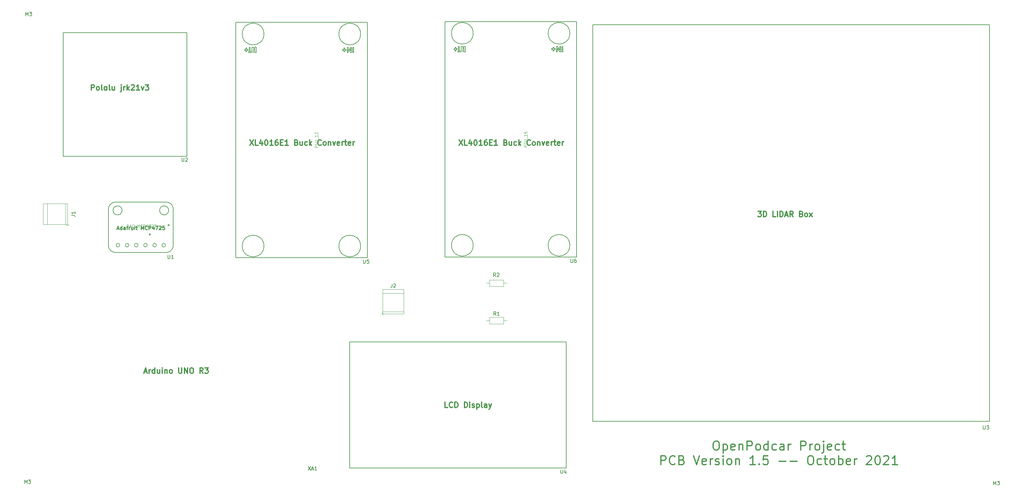
<source format=gbr>
G04 #@! TF.GenerationSoftware,KiCad,Pcbnew,5.0.2-bee76a0~70~ubuntu16.04.1*
G04 #@! TF.CreationDate,2021-10-26T00:07:22+01:00*
G04 #@! TF.ProjectId,Podcar_PCB,506f6463-6172-45f5-9043-422e6b696361,rev?*
G04 #@! TF.SameCoordinates,Original*
G04 #@! TF.FileFunction,Legend,Top*
G04 #@! TF.FilePolarity,Positive*
%FSLAX46Y46*%
G04 Gerber Fmt 4.6, Leading zero omitted, Abs format (unit mm)*
G04 Created by KiCad (PCBNEW 5.0.2-bee76a0~70~ubuntu16.04.1) date Tue 26 Oct 2021 00:07:22 BST*
%MOMM*%
%LPD*%
G01*
G04 APERTURE LIST*
%ADD10C,0.300000*%
%ADD11C,0.250000*%
%ADD12C,0.150000*%
%ADD13C,0.160000*%
%ADD14C,0.120000*%
G04 APERTURE END LIST*
D10*
X204180952Y-131405952D02*
X204657142Y-131405952D01*
X204895238Y-131525000D01*
X205133333Y-131763095D01*
X205252380Y-132239285D01*
X205252380Y-133072619D01*
X205133333Y-133548809D01*
X204895238Y-133786904D01*
X204657142Y-133905952D01*
X204180952Y-133905952D01*
X203942857Y-133786904D01*
X203704761Y-133548809D01*
X203585714Y-133072619D01*
X203585714Y-132239285D01*
X203704761Y-131763095D01*
X203942857Y-131525000D01*
X204180952Y-131405952D01*
X206323809Y-132239285D02*
X206323809Y-134739285D01*
X206323809Y-132358333D02*
X206561904Y-132239285D01*
X207038095Y-132239285D01*
X207276190Y-132358333D01*
X207395238Y-132477380D01*
X207514285Y-132715476D01*
X207514285Y-133429761D01*
X207395238Y-133667857D01*
X207276190Y-133786904D01*
X207038095Y-133905952D01*
X206561904Y-133905952D01*
X206323809Y-133786904D01*
X209538095Y-133786904D02*
X209300000Y-133905952D01*
X208823809Y-133905952D01*
X208585714Y-133786904D01*
X208466666Y-133548809D01*
X208466666Y-132596428D01*
X208585714Y-132358333D01*
X208823809Y-132239285D01*
X209300000Y-132239285D01*
X209538095Y-132358333D01*
X209657142Y-132596428D01*
X209657142Y-132834523D01*
X208466666Y-133072619D01*
X210728571Y-132239285D02*
X210728571Y-133905952D01*
X210728571Y-132477380D02*
X210847619Y-132358333D01*
X211085714Y-132239285D01*
X211442857Y-132239285D01*
X211680952Y-132358333D01*
X211800000Y-132596428D01*
X211800000Y-133905952D01*
X212990476Y-133905952D02*
X212990476Y-131405952D01*
X213942857Y-131405952D01*
X214180952Y-131525000D01*
X214300000Y-131644047D01*
X214419047Y-131882142D01*
X214419047Y-132239285D01*
X214300000Y-132477380D01*
X214180952Y-132596428D01*
X213942857Y-132715476D01*
X212990476Y-132715476D01*
X215847619Y-133905952D02*
X215609523Y-133786904D01*
X215490476Y-133667857D01*
X215371428Y-133429761D01*
X215371428Y-132715476D01*
X215490476Y-132477380D01*
X215609523Y-132358333D01*
X215847619Y-132239285D01*
X216204761Y-132239285D01*
X216442857Y-132358333D01*
X216561904Y-132477380D01*
X216680952Y-132715476D01*
X216680952Y-133429761D01*
X216561904Y-133667857D01*
X216442857Y-133786904D01*
X216204761Y-133905952D01*
X215847619Y-133905952D01*
X218823809Y-133905952D02*
X218823809Y-131405952D01*
X218823809Y-133786904D02*
X218585714Y-133905952D01*
X218109523Y-133905952D01*
X217871428Y-133786904D01*
X217752380Y-133667857D01*
X217633333Y-133429761D01*
X217633333Y-132715476D01*
X217752380Y-132477380D01*
X217871428Y-132358333D01*
X218109523Y-132239285D01*
X218585714Y-132239285D01*
X218823809Y-132358333D01*
X221085714Y-133786904D02*
X220847619Y-133905952D01*
X220371428Y-133905952D01*
X220133333Y-133786904D01*
X220014285Y-133667857D01*
X219895238Y-133429761D01*
X219895238Y-132715476D01*
X220014285Y-132477380D01*
X220133333Y-132358333D01*
X220371428Y-132239285D01*
X220847619Y-132239285D01*
X221085714Y-132358333D01*
X223228571Y-133905952D02*
X223228571Y-132596428D01*
X223109523Y-132358333D01*
X222871428Y-132239285D01*
X222395238Y-132239285D01*
X222157142Y-132358333D01*
X223228571Y-133786904D02*
X222990476Y-133905952D01*
X222395238Y-133905952D01*
X222157142Y-133786904D01*
X222038095Y-133548809D01*
X222038095Y-133310714D01*
X222157142Y-133072619D01*
X222395238Y-132953571D01*
X222990476Y-132953571D01*
X223228571Y-132834523D01*
X224419047Y-133905952D02*
X224419047Y-132239285D01*
X224419047Y-132715476D02*
X224538095Y-132477380D01*
X224657142Y-132358333D01*
X224895238Y-132239285D01*
X225133333Y-132239285D01*
X227871428Y-133905952D02*
X227871428Y-131405952D01*
X228823809Y-131405952D01*
X229061904Y-131525000D01*
X229180952Y-131644047D01*
X229300000Y-131882142D01*
X229300000Y-132239285D01*
X229180952Y-132477380D01*
X229061904Y-132596428D01*
X228823809Y-132715476D01*
X227871428Y-132715476D01*
X230371428Y-133905952D02*
X230371428Y-132239285D01*
X230371428Y-132715476D02*
X230490476Y-132477380D01*
X230609523Y-132358333D01*
X230847619Y-132239285D01*
X231085714Y-132239285D01*
X232276190Y-133905952D02*
X232038095Y-133786904D01*
X231919047Y-133667857D01*
X231800000Y-133429761D01*
X231800000Y-132715476D01*
X231919047Y-132477380D01*
X232038095Y-132358333D01*
X232276190Y-132239285D01*
X232633333Y-132239285D01*
X232871428Y-132358333D01*
X232990476Y-132477380D01*
X233109523Y-132715476D01*
X233109523Y-133429761D01*
X232990476Y-133667857D01*
X232871428Y-133786904D01*
X232633333Y-133905952D01*
X232276190Y-133905952D01*
X234180952Y-132239285D02*
X234180952Y-134382142D01*
X234061904Y-134620238D01*
X233823809Y-134739285D01*
X233704761Y-134739285D01*
X234180952Y-131405952D02*
X234061904Y-131525000D01*
X234180952Y-131644047D01*
X234300000Y-131525000D01*
X234180952Y-131405952D01*
X234180952Y-131644047D01*
X236323809Y-133786904D02*
X236085714Y-133905952D01*
X235609523Y-133905952D01*
X235371428Y-133786904D01*
X235252380Y-133548809D01*
X235252380Y-132596428D01*
X235371428Y-132358333D01*
X235609523Y-132239285D01*
X236085714Y-132239285D01*
X236323809Y-132358333D01*
X236442857Y-132596428D01*
X236442857Y-132834523D01*
X235252380Y-133072619D01*
X238585714Y-133786904D02*
X238347619Y-133905952D01*
X237871428Y-133905952D01*
X237633333Y-133786904D01*
X237514285Y-133667857D01*
X237395238Y-133429761D01*
X237395238Y-132715476D01*
X237514285Y-132477380D01*
X237633333Y-132358333D01*
X237871428Y-132239285D01*
X238347619Y-132239285D01*
X238585714Y-132358333D01*
X239300000Y-132239285D02*
X240252380Y-132239285D01*
X239657142Y-131405952D02*
X239657142Y-133548809D01*
X239776190Y-133786904D01*
X240014285Y-133905952D01*
X240252380Y-133905952D01*
X189061904Y-137955952D02*
X189061904Y-135455952D01*
X190014285Y-135455952D01*
X190252380Y-135575000D01*
X190371428Y-135694047D01*
X190490476Y-135932142D01*
X190490476Y-136289285D01*
X190371428Y-136527380D01*
X190252380Y-136646428D01*
X190014285Y-136765476D01*
X189061904Y-136765476D01*
X192990476Y-137717857D02*
X192871428Y-137836904D01*
X192514285Y-137955952D01*
X192276190Y-137955952D01*
X191919047Y-137836904D01*
X191680952Y-137598809D01*
X191561904Y-137360714D01*
X191442857Y-136884523D01*
X191442857Y-136527380D01*
X191561904Y-136051190D01*
X191680952Y-135813095D01*
X191919047Y-135575000D01*
X192276190Y-135455952D01*
X192514285Y-135455952D01*
X192871428Y-135575000D01*
X192990476Y-135694047D01*
X194895238Y-136646428D02*
X195252380Y-136765476D01*
X195371428Y-136884523D01*
X195490476Y-137122619D01*
X195490476Y-137479761D01*
X195371428Y-137717857D01*
X195252380Y-137836904D01*
X195014285Y-137955952D01*
X194061904Y-137955952D01*
X194061904Y-135455952D01*
X194895238Y-135455952D01*
X195133333Y-135575000D01*
X195252380Y-135694047D01*
X195371428Y-135932142D01*
X195371428Y-136170238D01*
X195252380Y-136408333D01*
X195133333Y-136527380D01*
X194895238Y-136646428D01*
X194061904Y-136646428D01*
X198109523Y-135455952D02*
X198942857Y-137955952D01*
X199776190Y-135455952D01*
X201561904Y-137836904D02*
X201323809Y-137955952D01*
X200847619Y-137955952D01*
X200609523Y-137836904D01*
X200490476Y-137598809D01*
X200490476Y-136646428D01*
X200609523Y-136408333D01*
X200847619Y-136289285D01*
X201323809Y-136289285D01*
X201561904Y-136408333D01*
X201680952Y-136646428D01*
X201680952Y-136884523D01*
X200490476Y-137122619D01*
X202752380Y-137955952D02*
X202752380Y-136289285D01*
X202752380Y-136765476D02*
X202871428Y-136527380D01*
X202990476Y-136408333D01*
X203228571Y-136289285D01*
X203466666Y-136289285D01*
X204180952Y-137836904D02*
X204419047Y-137955952D01*
X204895238Y-137955952D01*
X205133333Y-137836904D01*
X205252380Y-137598809D01*
X205252380Y-137479761D01*
X205133333Y-137241666D01*
X204895238Y-137122619D01*
X204538095Y-137122619D01*
X204300000Y-137003571D01*
X204180952Y-136765476D01*
X204180952Y-136646428D01*
X204300000Y-136408333D01*
X204538095Y-136289285D01*
X204895238Y-136289285D01*
X205133333Y-136408333D01*
X206323809Y-137955952D02*
X206323809Y-136289285D01*
X206323809Y-135455952D02*
X206204761Y-135575000D01*
X206323809Y-135694047D01*
X206442857Y-135575000D01*
X206323809Y-135455952D01*
X206323809Y-135694047D01*
X207871428Y-137955952D02*
X207633333Y-137836904D01*
X207514285Y-137717857D01*
X207395238Y-137479761D01*
X207395238Y-136765476D01*
X207514285Y-136527380D01*
X207633333Y-136408333D01*
X207871428Y-136289285D01*
X208228571Y-136289285D01*
X208466666Y-136408333D01*
X208585714Y-136527380D01*
X208704761Y-136765476D01*
X208704761Y-137479761D01*
X208585714Y-137717857D01*
X208466666Y-137836904D01*
X208228571Y-137955952D01*
X207871428Y-137955952D01*
X209776190Y-136289285D02*
X209776190Y-137955952D01*
X209776190Y-136527380D02*
X209895238Y-136408333D01*
X210133333Y-136289285D01*
X210490476Y-136289285D01*
X210728571Y-136408333D01*
X210847619Y-136646428D01*
X210847619Y-137955952D01*
X215252380Y-137955952D02*
X213823809Y-137955952D01*
X214538095Y-137955952D02*
X214538095Y-135455952D01*
X214300000Y-135813095D01*
X214061904Y-136051190D01*
X213823809Y-136170238D01*
X216323809Y-137717857D02*
X216442857Y-137836904D01*
X216323809Y-137955952D01*
X216204761Y-137836904D01*
X216323809Y-137717857D01*
X216323809Y-137955952D01*
X218704761Y-135455952D02*
X217514285Y-135455952D01*
X217395238Y-136646428D01*
X217514285Y-136527380D01*
X217752380Y-136408333D01*
X218347619Y-136408333D01*
X218585714Y-136527380D01*
X218704761Y-136646428D01*
X218823809Y-136884523D01*
X218823809Y-137479761D01*
X218704761Y-137717857D01*
X218585714Y-137836904D01*
X218347619Y-137955952D01*
X217752380Y-137955952D01*
X217514285Y-137836904D01*
X217395238Y-137717857D01*
X221800000Y-137003571D02*
X223704761Y-137003571D01*
X224895238Y-137003571D02*
X226800000Y-137003571D01*
X230371428Y-135455952D02*
X230847619Y-135455952D01*
X231085714Y-135575000D01*
X231323809Y-135813095D01*
X231442857Y-136289285D01*
X231442857Y-137122619D01*
X231323809Y-137598809D01*
X231085714Y-137836904D01*
X230847619Y-137955952D01*
X230371428Y-137955952D01*
X230133333Y-137836904D01*
X229895238Y-137598809D01*
X229776190Y-137122619D01*
X229776190Y-136289285D01*
X229895238Y-135813095D01*
X230133333Y-135575000D01*
X230371428Y-135455952D01*
X233585714Y-137836904D02*
X233347619Y-137955952D01*
X232871428Y-137955952D01*
X232633333Y-137836904D01*
X232514285Y-137717857D01*
X232395238Y-137479761D01*
X232395238Y-136765476D01*
X232514285Y-136527380D01*
X232633333Y-136408333D01*
X232871428Y-136289285D01*
X233347619Y-136289285D01*
X233585714Y-136408333D01*
X234300000Y-136289285D02*
X235252380Y-136289285D01*
X234657142Y-135455952D02*
X234657142Y-137598809D01*
X234776190Y-137836904D01*
X235014285Y-137955952D01*
X235252380Y-137955952D01*
X236442857Y-137955952D02*
X236204761Y-137836904D01*
X236085714Y-137717857D01*
X235966666Y-137479761D01*
X235966666Y-136765476D01*
X236085714Y-136527380D01*
X236204761Y-136408333D01*
X236442857Y-136289285D01*
X236799999Y-136289285D01*
X237038095Y-136408333D01*
X237157142Y-136527380D01*
X237276190Y-136765476D01*
X237276190Y-137479761D01*
X237157142Y-137717857D01*
X237038095Y-137836904D01*
X236799999Y-137955952D01*
X236442857Y-137955952D01*
X238347619Y-137955952D02*
X238347619Y-135455952D01*
X238347619Y-136408333D02*
X238585714Y-136289285D01*
X239061904Y-136289285D01*
X239299999Y-136408333D01*
X239419047Y-136527380D01*
X239538095Y-136765476D01*
X239538095Y-137479761D01*
X239419047Y-137717857D01*
X239299999Y-137836904D01*
X239061904Y-137955952D01*
X238585714Y-137955952D01*
X238347619Y-137836904D01*
X241561904Y-137836904D02*
X241323809Y-137955952D01*
X240847619Y-137955952D01*
X240609523Y-137836904D01*
X240490476Y-137598809D01*
X240490476Y-136646428D01*
X240609523Y-136408333D01*
X240847619Y-136289285D01*
X241323809Y-136289285D01*
X241561904Y-136408333D01*
X241680952Y-136646428D01*
X241680952Y-136884523D01*
X240490476Y-137122619D01*
X242752380Y-137955952D02*
X242752380Y-136289285D01*
X242752380Y-136765476D02*
X242871428Y-136527380D01*
X242990476Y-136408333D01*
X243228571Y-136289285D01*
X243466666Y-136289285D01*
X246085714Y-135694047D02*
X246204761Y-135575000D01*
X246442857Y-135455952D01*
X247038095Y-135455952D01*
X247276190Y-135575000D01*
X247395238Y-135694047D01*
X247514285Y-135932142D01*
X247514285Y-136170238D01*
X247395238Y-136527380D01*
X245966666Y-137955952D01*
X247514285Y-137955952D01*
X249061904Y-135455952D02*
X249299999Y-135455952D01*
X249538095Y-135575000D01*
X249657142Y-135694047D01*
X249776190Y-135932142D01*
X249895238Y-136408333D01*
X249895238Y-137003571D01*
X249776190Y-137479761D01*
X249657142Y-137717857D01*
X249538095Y-137836904D01*
X249299999Y-137955952D01*
X249061904Y-137955952D01*
X248823809Y-137836904D01*
X248704761Y-137717857D01*
X248585714Y-137479761D01*
X248466666Y-137003571D01*
X248466666Y-136408333D01*
X248585714Y-135932142D01*
X248704761Y-135694047D01*
X248823809Y-135575000D01*
X249061904Y-135455952D01*
X250847619Y-135694047D02*
X250966666Y-135575000D01*
X251204761Y-135455952D01*
X251799999Y-135455952D01*
X252038095Y-135575000D01*
X252157142Y-135694047D01*
X252276190Y-135932142D01*
X252276190Y-136170238D01*
X252157142Y-136527380D01*
X250728571Y-137955952D01*
X252276190Y-137955952D01*
X254657142Y-137955952D02*
X253228571Y-137955952D01*
X253942857Y-137955952D02*
X253942857Y-135455952D01*
X253704761Y-135813095D01*
X253466666Y-136051190D01*
X253228571Y-136170238D01*
X75100000Y-47878571D02*
X76100000Y-49378571D01*
X76100000Y-47878571D02*
X75100000Y-49378571D01*
X77385714Y-49378571D02*
X76671428Y-49378571D01*
X76671428Y-47878571D01*
X78528571Y-48378571D02*
X78528571Y-49378571D01*
X78171428Y-47807142D02*
X77814285Y-48878571D01*
X78742857Y-48878571D01*
X79600000Y-47878571D02*
X79742857Y-47878571D01*
X79885714Y-47950000D01*
X79957142Y-48021428D01*
X80028571Y-48164285D01*
X80100000Y-48450000D01*
X80100000Y-48807142D01*
X80028571Y-49092857D01*
X79957142Y-49235714D01*
X79885714Y-49307142D01*
X79742857Y-49378571D01*
X79600000Y-49378571D01*
X79457142Y-49307142D01*
X79385714Y-49235714D01*
X79314285Y-49092857D01*
X79242857Y-48807142D01*
X79242857Y-48450000D01*
X79314285Y-48164285D01*
X79385714Y-48021428D01*
X79457142Y-47950000D01*
X79600000Y-47878571D01*
X81528571Y-49378571D02*
X80671428Y-49378571D01*
X81100000Y-49378571D02*
X81100000Y-47878571D01*
X80957142Y-48092857D01*
X80814285Y-48235714D01*
X80671428Y-48307142D01*
X82814285Y-47878571D02*
X82528571Y-47878571D01*
X82385714Y-47950000D01*
X82314285Y-48021428D01*
X82171428Y-48235714D01*
X82100000Y-48521428D01*
X82100000Y-49092857D01*
X82171428Y-49235714D01*
X82242857Y-49307142D01*
X82385714Y-49378571D01*
X82671428Y-49378571D01*
X82814285Y-49307142D01*
X82885714Y-49235714D01*
X82957142Y-49092857D01*
X82957142Y-48735714D01*
X82885714Y-48592857D01*
X82814285Y-48521428D01*
X82671428Y-48450000D01*
X82385714Y-48450000D01*
X82242857Y-48521428D01*
X82171428Y-48592857D01*
X82100000Y-48735714D01*
X83600000Y-48592857D02*
X84100000Y-48592857D01*
X84314285Y-49378571D02*
X83600000Y-49378571D01*
X83600000Y-47878571D01*
X84314285Y-47878571D01*
X85742857Y-49378571D02*
X84885714Y-49378571D01*
X85314285Y-49378571D02*
X85314285Y-47878571D01*
X85171428Y-48092857D01*
X85028571Y-48235714D01*
X84885714Y-48307142D01*
X88028571Y-48592857D02*
X88242857Y-48664285D01*
X88314285Y-48735714D01*
X88385714Y-48878571D01*
X88385714Y-49092857D01*
X88314285Y-49235714D01*
X88242857Y-49307142D01*
X88100000Y-49378571D01*
X87528571Y-49378571D01*
X87528571Y-47878571D01*
X88028571Y-47878571D01*
X88171428Y-47950000D01*
X88242857Y-48021428D01*
X88314285Y-48164285D01*
X88314285Y-48307142D01*
X88242857Y-48450000D01*
X88171428Y-48521428D01*
X88028571Y-48592857D01*
X87528571Y-48592857D01*
X89671428Y-48378571D02*
X89671428Y-49378571D01*
X89028571Y-48378571D02*
X89028571Y-49164285D01*
X89100000Y-49307142D01*
X89242857Y-49378571D01*
X89457142Y-49378571D01*
X89600000Y-49307142D01*
X89671428Y-49235714D01*
X91028571Y-49307142D02*
X90885714Y-49378571D01*
X90600000Y-49378571D01*
X90457142Y-49307142D01*
X90385714Y-49235714D01*
X90314285Y-49092857D01*
X90314285Y-48664285D01*
X90385714Y-48521428D01*
X90457142Y-48450000D01*
X90600000Y-48378571D01*
X90885714Y-48378571D01*
X91028571Y-48450000D01*
X91671428Y-49378571D02*
X91671428Y-47878571D01*
X91814285Y-48807142D02*
X92242857Y-49378571D01*
X92242857Y-48378571D02*
X91671428Y-48950000D01*
X94885714Y-49235714D02*
X94814285Y-49307142D01*
X94600000Y-49378571D01*
X94457142Y-49378571D01*
X94242857Y-49307142D01*
X94100000Y-49164285D01*
X94028571Y-49021428D01*
X93957142Y-48735714D01*
X93957142Y-48521428D01*
X94028571Y-48235714D01*
X94100000Y-48092857D01*
X94242857Y-47950000D01*
X94457142Y-47878571D01*
X94600000Y-47878571D01*
X94814285Y-47950000D01*
X94885714Y-48021428D01*
X95742857Y-49378571D02*
X95600000Y-49307142D01*
X95528571Y-49235714D01*
X95457142Y-49092857D01*
X95457142Y-48664285D01*
X95528571Y-48521428D01*
X95600000Y-48450000D01*
X95742857Y-48378571D01*
X95957142Y-48378571D01*
X96100000Y-48450000D01*
X96171428Y-48521428D01*
X96242857Y-48664285D01*
X96242857Y-49092857D01*
X96171428Y-49235714D01*
X96100000Y-49307142D01*
X95957142Y-49378571D01*
X95742857Y-49378571D01*
X96885714Y-48378571D02*
X96885714Y-49378571D01*
X96885714Y-48521428D02*
X96957142Y-48450000D01*
X97100000Y-48378571D01*
X97314285Y-48378571D01*
X97457142Y-48450000D01*
X97528571Y-48592857D01*
X97528571Y-49378571D01*
X98100000Y-48378571D02*
X98457142Y-49378571D01*
X98814285Y-48378571D01*
X99957142Y-49307142D02*
X99814285Y-49378571D01*
X99528571Y-49378571D01*
X99385714Y-49307142D01*
X99314285Y-49164285D01*
X99314285Y-48592857D01*
X99385714Y-48450000D01*
X99528571Y-48378571D01*
X99814285Y-48378571D01*
X99957142Y-48450000D01*
X100028571Y-48592857D01*
X100028571Y-48735714D01*
X99314285Y-48878571D01*
X100671428Y-49378571D02*
X100671428Y-48378571D01*
X100671428Y-48664285D02*
X100742857Y-48521428D01*
X100814285Y-48450000D01*
X100957142Y-48378571D01*
X101100000Y-48378571D01*
X101385714Y-48378571D02*
X101957142Y-48378571D01*
X101600000Y-47878571D02*
X101600000Y-49164285D01*
X101671428Y-49307142D01*
X101814285Y-49378571D01*
X101957142Y-49378571D01*
X103028571Y-49307142D02*
X102885714Y-49378571D01*
X102600000Y-49378571D01*
X102457142Y-49307142D01*
X102385714Y-49164285D01*
X102385714Y-48592857D01*
X102457142Y-48450000D01*
X102600000Y-48378571D01*
X102885714Y-48378571D01*
X103028571Y-48450000D01*
X103100000Y-48592857D01*
X103100000Y-48735714D01*
X102385714Y-48878571D01*
X103742857Y-49378571D02*
X103742857Y-48378571D01*
X103742857Y-48664285D02*
X103814285Y-48521428D01*
X103885714Y-48450000D01*
X104028571Y-48378571D01*
X104171428Y-48378571D01*
X133100000Y-47878571D02*
X134100000Y-49378571D01*
X134100000Y-47878571D02*
X133100000Y-49378571D01*
X135385714Y-49378571D02*
X134671428Y-49378571D01*
X134671428Y-47878571D01*
X136528571Y-48378571D02*
X136528571Y-49378571D01*
X136171428Y-47807142D02*
X135814285Y-48878571D01*
X136742857Y-48878571D01*
X137600000Y-47878571D02*
X137742857Y-47878571D01*
X137885714Y-47950000D01*
X137957142Y-48021428D01*
X138028571Y-48164285D01*
X138100000Y-48450000D01*
X138100000Y-48807142D01*
X138028571Y-49092857D01*
X137957142Y-49235714D01*
X137885714Y-49307142D01*
X137742857Y-49378571D01*
X137600000Y-49378571D01*
X137457142Y-49307142D01*
X137385714Y-49235714D01*
X137314285Y-49092857D01*
X137242857Y-48807142D01*
X137242857Y-48450000D01*
X137314285Y-48164285D01*
X137385714Y-48021428D01*
X137457142Y-47950000D01*
X137600000Y-47878571D01*
X139528571Y-49378571D02*
X138671428Y-49378571D01*
X139100000Y-49378571D02*
X139100000Y-47878571D01*
X138957142Y-48092857D01*
X138814285Y-48235714D01*
X138671428Y-48307142D01*
X140814285Y-47878571D02*
X140528571Y-47878571D01*
X140385714Y-47950000D01*
X140314285Y-48021428D01*
X140171428Y-48235714D01*
X140100000Y-48521428D01*
X140100000Y-49092857D01*
X140171428Y-49235714D01*
X140242857Y-49307142D01*
X140385714Y-49378571D01*
X140671428Y-49378571D01*
X140814285Y-49307142D01*
X140885714Y-49235714D01*
X140957142Y-49092857D01*
X140957142Y-48735714D01*
X140885714Y-48592857D01*
X140814285Y-48521428D01*
X140671428Y-48450000D01*
X140385714Y-48450000D01*
X140242857Y-48521428D01*
X140171428Y-48592857D01*
X140100000Y-48735714D01*
X141600000Y-48592857D02*
X142100000Y-48592857D01*
X142314285Y-49378571D02*
X141600000Y-49378571D01*
X141600000Y-47878571D01*
X142314285Y-47878571D01*
X143742857Y-49378571D02*
X142885714Y-49378571D01*
X143314285Y-49378571D02*
X143314285Y-47878571D01*
X143171428Y-48092857D01*
X143028571Y-48235714D01*
X142885714Y-48307142D01*
X146028571Y-48592857D02*
X146242857Y-48664285D01*
X146314285Y-48735714D01*
X146385714Y-48878571D01*
X146385714Y-49092857D01*
X146314285Y-49235714D01*
X146242857Y-49307142D01*
X146100000Y-49378571D01*
X145528571Y-49378571D01*
X145528571Y-47878571D01*
X146028571Y-47878571D01*
X146171428Y-47950000D01*
X146242857Y-48021428D01*
X146314285Y-48164285D01*
X146314285Y-48307142D01*
X146242857Y-48450000D01*
X146171428Y-48521428D01*
X146028571Y-48592857D01*
X145528571Y-48592857D01*
X147671428Y-48378571D02*
X147671428Y-49378571D01*
X147028571Y-48378571D02*
X147028571Y-49164285D01*
X147100000Y-49307142D01*
X147242857Y-49378571D01*
X147457142Y-49378571D01*
X147600000Y-49307142D01*
X147671428Y-49235714D01*
X149028571Y-49307142D02*
X148885714Y-49378571D01*
X148600000Y-49378571D01*
X148457142Y-49307142D01*
X148385714Y-49235714D01*
X148314285Y-49092857D01*
X148314285Y-48664285D01*
X148385714Y-48521428D01*
X148457142Y-48450000D01*
X148600000Y-48378571D01*
X148885714Y-48378571D01*
X149028571Y-48450000D01*
X149671428Y-49378571D02*
X149671428Y-47878571D01*
X149814285Y-48807142D02*
X150242857Y-49378571D01*
X150242857Y-48378571D02*
X149671428Y-48950000D01*
X152885714Y-49235714D02*
X152814285Y-49307142D01*
X152600000Y-49378571D01*
X152457142Y-49378571D01*
X152242857Y-49307142D01*
X152100000Y-49164285D01*
X152028571Y-49021428D01*
X151957142Y-48735714D01*
X151957142Y-48521428D01*
X152028571Y-48235714D01*
X152100000Y-48092857D01*
X152242857Y-47950000D01*
X152457142Y-47878571D01*
X152600000Y-47878571D01*
X152814285Y-47950000D01*
X152885714Y-48021428D01*
X153742857Y-49378571D02*
X153600000Y-49307142D01*
X153528571Y-49235714D01*
X153457142Y-49092857D01*
X153457142Y-48664285D01*
X153528571Y-48521428D01*
X153600000Y-48450000D01*
X153742857Y-48378571D01*
X153957142Y-48378571D01*
X154100000Y-48450000D01*
X154171428Y-48521428D01*
X154242857Y-48664285D01*
X154242857Y-49092857D01*
X154171428Y-49235714D01*
X154100000Y-49307142D01*
X153957142Y-49378571D01*
X153742857Y-49378571D01*
X154885714Y-48378571D02*
X154885714Y-49378571D01*
X154885714Y-48521428D02*
X154957142Y-48450000D01*
X155100000Y-48378571D01*
X155314285Y-48378571D01*
X155457142Y-48450000D01*
X155528571Y-48592857D01*
X155528571Y-49378571D01*
X156100000Y-48378571D02*
X156457142Y-49378571D01*
X156814285Y-48378571D01*
X157957142Y-49307142D02*
X157814285Y-49378571D01*
X157528571Y-49378571D01*
X157385714Y-49307142D01*
X157314285Y-49164285D01*
X157314285Y-48592857D01*
X157385714Y-48450000D01*
X157528571Y-48378571D01*
X157814285Y-48378571D01*
X157957142Y-48450000D01*
X158028571Y-48592857D01*
X158028571Y-48735714D01*
X157314285Y-48878571D01*
X158671428Y-49378571D02*
X158671428Y-48378571D01*
X158671428Y-48664285D02*
X158742857Y-48521428D01*
X158814285Y-48450000D01*
X158957142Y-48378571D01*
X159100000Y-48378571D01*
X159385714Y-48378571D02*
X159957142Y-48378571D01*
X159600000Y-47878571D02*
X159600000Y-49164285D01*
X159671428Y-49307142D01*
X159814285Y-49378571D01*
X159957142Y-49378571D01*
X161028571Y-49307142D02*
X160885714Y-49378571D01*
X160600000Y-49378571D01*
X160457142Y-49307142D01*
X160385714Y-49164285D01*
X160385714Y-48592857D01*
X160457142Y-48450000D01*
X160600000Y-48378571D01*
X160885714Y-48378571D01*
X161028571Y-48450000D01*
X161100000Y-48592857D01*
X161100000Y-48735714D01*
X160385714Y-48878571D01*
X161742857Y-49378571D02*
X161742857Y-48378571D01*
X161742857Y-48664285D02*
X161814285Y-48521428D01*
X161885714Y-48450000D01*
X162028571Y-48378571D01*
X162171428Y-48378571D01*
X31171428Y-34078571D02*
X31171428Y-32578571D01*
X31742857Y-32578571D01*
X31885714Y-32650000D01*
X31957142Y-32721428D01*
X32028571Y-32864285D01*
X32028571Y-33078571D01*
X31957142Y-33221428D01*
X31885714Y-33292857D01*
X31742857Y-33364285D01*
X31171428Y-33364285D01*
X32885714Y-34078571D02*
X32742857Y-34007142D01*
X32671428Y-33935714D01*
X32600000Y-33792857D01*
X32600000Y-33364285D01*
X32671428Y-33221428D01*
X32742857Y-33150000D01*
X32885714Y-33078571D01*
X33100000Y-33078571D01*
X33242857Y-33150000D01*
X33314285Y-33221428D01*
X33385714Y-33364285D01*
X33385714Y-33792857D01*
X33314285Y-33935714D01*
X33242857Y-34007142D01*
X33100000Y-34078571D01*
X32885714Y-34078571D01*
X34242857Y-34078571D02*
X34100000Y-34007142D01*
X34028571Y-33864285D01*
X34028571Y-32578571D01*
X35028571Y-34078571D02*
X34885714Y-34007142D01*
X34814285Y-33935714D01*
X34742857Y-33792857D01*
X34742857Y-33364285D01*
X34814285Y-33221428D01*
X34885714Y-33150000D01*
X35028571Y-33078571D01*
X35242857Y-33078571D01*
X35385714Y-33150000D01*
X35457142Y-33221428D01*
X35528571Y-33364285D01*
X35528571Y-33792857D01*
X35457142Y-33935714D01*
X35385714Y-34007142D01*
X35242857Y-34078571D01*
X35028571Y-34078571D01*
X36385714Y-34078571D02*
X36242857Y-34007142D01*
X36171428Y-33864285D01*
X36171428Y-32578571D01*
X37600000Y-33078571D02*
X37600000Y-34078571D01*
X36957142Y-33078571D02*
X36957142Y-33864285D01*
X37028571Y-34007142D01*
X37171428Y-34078571D01*
X37385714Y-34078571D01*
X37528571Y-34007142D01*
X37600000Y-33935714D01*
X39457142Y-33078571D02*
X39457142Y-34364285D01*
X39385714Y-34507142D01*
X39242857Y-34578571D01*
X39171428Y-34578571D01*
X39457142Y-32578571D02*
X39385714Y-32650000D01*
X39457142Y-32721428D01*
X39528571Y-32650000D01*
X39457142Y-32578571D01*
X39457142Y-32721428D01*
X40171428Y-34078571D02*
X40171428Y-33078571D01*
X40171428Y-33364285D02*
X40242857Y-33221428D01*
X40314285Y-33150000D01*
X40457142Y-33078571D01*
X40600000Y-33078571D01*
X41100000Y-34078571D02*
X41100000Y-32578571D01*
X41242857Y-33507142D02*
X41671428Y-34078571D01*
X41671428Y-33078571D02*
X41100000Y-33650000D01*
X42242857Y-32721428D02*
X42314285Y-32650000D01*
X42457142Y-32578571D01*
X42814285Y-32578571D01*
X42957142Y-32650000D01*
X43028571Y-32721428D01*
X43100000Y-32864285D01*
X43100000Y-33007142D01*
X43028571Y-33221428D01*
X42171428Y-34078571D01*
X43100000Y-34078571D01*
X44528571Y-34078571D02*
X43671428Y-34078571D01*
X44100000Y-34078571D02*
X44100000Y-32578571D01*
X43957142Y-32792857D01*
X43814285Y-32935714D01*
X43671428Y-33007142D01*
X45028571Y-33078571D02*
X45385714Y-34078571D01*
X45742857Y-33078571D01*
X46171428Y-32578571D02*
X47100000Y-32578571D01*
X46600000Y-33150000D01*
X46814285Y-33150000D01*
X46957142Y-33221428D01*
X47028571Y-33292857D01*
X47100000Y-33435714D01*
X47100000Y-33792857D01*
X47028571Y-33935714D01*
X46957142Y-34007142D01*
X46814285Y-34078571D01*
X46385714Y-34078571D01*
X46242857Y-34007142D01*
X46171428Y-33935714D01*
D11*
X38328571Y-72466666D02*
X38804761Y-72466666D01*
X38233333Y-72752380D02*
X38566666Y-71752380D01*
X38900000Y-72752380D01*
X39661904Y-72752380D02*
X39661904Y-71752380D01*
X39661904Y-72704761D02*
X39566666Y-72752380D01*
X39376190Y-72752380D01*
X39280952Y-72704761D01*
X39233333Y-72657142D01*
X39185714Y-72561904D01*
X39185714Y-72276190D01*
X39233333Y-72180952D01*
X39280952Y-72133333D01*
X39376190Y-72085714D01*
X39566666Y-72085714D01*
X39661904Y-72133333D01*
X40566666Y-72752380D02*
X40566666Y-72228571D01*
X40519047Y-72133333D01*
X40423809Y-72085714D01*
X40233333Y-72085714D01*
X40138095Y-72133333D01*
X40566666Y-72704761D02*
X40471428Y-72752380D01*
X40233333Y-72752380D01*
X40138095Y-72704761D01*
X40090476Y-72609523D01*
X40090476Y-72514285D01*
X40138095Y-72419047D01*
X40233333Y-72371428D01*
X40471428Y-72371428D01*
X40566666Y-72323809D01*
X40900000Y-72085714D02*
X41280952Y-72085714D01*
X41042857Y-72752380D02*
X41042857Y-71895238D01*
X41090476Y-71800000D01*
X41185714Y-71752380D01*
X41280952Y-71752380D01*
X41614285Y-72752380D02*
X41614285Y-72085714D01*
X41614285Y-72276190D02*
X41661904Y-72180952D01*
X41709523Y-72133333D01*
X41804761Y-72085714D01*
X41900000Y-72085714D01*
X42661904Y-72085714D02*
X42661904Y-72752380D01*
X42233333Y-72085714D02*
X42233333Y-72609523D01*
X42280952Y-72704761D01*
X42376190Y-72752380D01*
X42519047Y-72752380D01*
X42614285Y-72704761D01*
X42661904Y-72657142D01*
X43138095Y-72752380D02*
X43138095Y-72085714D01*
X43138095Y-71752380D02*
X43090476Y-71800000D01*
X43138095Y-71847619D01*
X43185714Y-71800000D01*
X43138095Y-71752380D01*
X43138095Y-71847619D01*
X43471428Y-72085714D02*
X43852380Y-72085714D01*
X43614285Y-71752380D02*
X43614285Y-72609523D01*
X43661904Y-72704761D01*
X43757142Y-72752380D01*
X43852380Y-72752380D01*
X44947619Y-72752380D02*
X44947619Y-71752380D01*
X45280952Y-72466666D01*
X45614285Y-71752380D01*
X45614285Y-72752380D01*
X46661904Y-72657142D02*
X46614285Y-72704761D01*
X46471428Y-72752380D01*
X46376190Y-72752380D01*
X46233333Y-72704761D01*
X46138095Y-72609523D01*
X46090476Y-72514285D01*
X46042857Y-72323809D01*
X46042857Y-72180952D01*
X46090476Y-71990476D01*
X46138095Y-71895238D01*
X46233333Y-71800000D01*
X46376190Y-71752380D01*
X46471428Y-71752380D01*
X46614285Y-71800000D01*
X46661904Y-71847619D01*
X47090476Y-72752380D02*
X47090476Y-71752380D01*
X47471428Y-71752380D01*
X47566666Y-71800000D01*
X47614285Y-71847619D01*
X47661904Y-71942857D01*
X47661904Y-72085714D01*
X47614285Y-72180952D01*
X47566666Y-72228571D01*
X47471428Y-72276190D01*
X47090476Y-72276190D01*
X48519047Y-72085714D02*
X48519047Y-72752380D01*
X48280952Y-71704761D02*
X48042857Y-72419047D01*
X48661904Y-72419047D01*
X48947619Y-71752380D02*
X49614285Y-71752380D01*
X49185714Y-72752380D01*
X49947619Y-71847619D02*
X49995238Y-71800000D01*
X50090476Y-71752380D01*
X50328571Y-71752380D01*
X50423809Y-71800000D01*
X50471428Y-71847619D01*
X50519047Y-71942857D01*
X50519047Y-72038095D01*
X50471428Y-72180952D01*
X49900000Y-72752380D01*
X50519047Y-72752380D01*
X51423809Y-71752380D02*
X50947619Y-71752380D01*
X50900000Y-72228571D01*
X50947619Y-72180952D01*
X51042857Y-72133333D01*
X51280952Y-72133333D01*
X51376190Y-72180952D01*
X51423809Y-72228571D01*
X51471428Y-72323809D01*
X51471428Y-72561904D01*
X51423809Y-72657142D01*
X51376190Y-72704761D01*
X51280952Y-72752380D01*
X51042857Y-72752380D01*
X50947619Y-72704761D01*
X50900000Y-72657142D01*
D10*
X45842857Y-112150000D02*
X46557142Y-112150000D01*
X45700000Y-112578571D02*
X46200000Y-111078571D01*
X46700000Y-112578571D01*
X47200000Y-112578571D02*
X47200000Y-111578571D01*
X47200000Y-111864285D02*
X47271428Y-111721428D01*
X47342857Y-111650000D01*
X47485714Y-111578571D01*
X47628571Y-111578571D01*
X48771428Y-112578571D02*
X48771428Y-111078571D01*
X48771428Y-112507142D02*
X48628571Y-112578571D01*
X48342857Y-112578571D01*
X48200000Y-112507142D01*
X48128571Y-112435714D01*
X48057142Y-112292857D01*
X48057142Y-111864285D01*
X48128571Y-111721428D01*
X48200000Y-111650000D01*
X48342857Y-111578571D01*
X48628571Y-111578571D01*
X48771428Y-111650000D01*
X50128571Y-111578571D02*
X50128571Y-112578571D01*
X49485714Y-111578571D02*
X49485714Y-112364285D01*
X49557142Y-112507142D01*
X49700000Y-112578571D01*
X49914285Y-112578571D01*
X50057142Y-112507142D01*
X50128571Y-112435714D01*
X50842857Y-112578571D02*
X50842857Y-111578571D01*
X50842857Y-111078571D02*
X50771428Y-111150000D01*
X50842857Y-111221428D01*
X50914285Y-111150000D01*
X50842857Y-111078571D01*
X50842857Y-111221428D01*
X51557142Y-111578571D02*
X51557142Y-112578571D01*
X51557142Y-111721428D02*
X51628571Y-111650000D01*
X51771428Y-111578571D01*
X51985714Y-111578571D01*
X52128571Y-111650000D01*
X52200000Y-111792857D01*
X52200000Y-112578571D01*
X53128571Y-112578571D02*
X52985714Y-112507142D01*
X52914285Y-112435714D01*
X52842857Y-112292857D01*
X52842857Y-111864285D01*
X52914285Y-111721428D01*
X52985714Y-111650000D01*
X53128571Y-111578571D01*
X53342857Y-111578571D01*
X53485714Y-111650000D01*
X53557142Y-111721428D01*
X53628571Y-111864285D01*
X53628571Y-112292857D01*
X53557142Y-112435714D01*
X53485714Y-112507142D01*
X53342857Y-112578571D01*
X53128571Y-112578571D01*
X55414285Y-111078571D02*
X55414285Y-112292857D01*
X55485714Y-112435714D01*
X55557142Y-112507142D01*
X55700000Y-112578571D01*
X55985714Y-112578571D01*
X56128571Y-112507142D01*
X56200000Y-112435714D01*
X56271428Y-112292857D01*
X56271428Y-111078571D01*
X56985714Y-112578571D02*
X56985714Y-111078571D01*
X57842857Y-112578571D01*
X57842857Y-111078571D01*
X58842857Y-111078571D02*
X59128571Y-111078571D01*
X59271428Y-111150000D01*
X59414285Y-111292857D01*
X59485714Y-111578571D01*
X59485714Y-112078571D01*
X59414285Y-112364285D01*
X59271428Y-112507142D01*
X59128571Y-112578571D01*
X58842857Y-112578571D01*
X58700000Y-112507142D01*
X58557142Y-112364285D01*
X58485714Y-112078571D01*
X58485714Y-111578571D01*
X58557142Y-111292857D01*
X58700000Y-111150000D01*
X58842857Y-111078571D01*
X62128571Y-112578571D02*
X61628571Y-111864285D01*
X61271428Y-112578571D02*
X61271428Y-111078571D01*
X61842857Y-111078571D01*
X61985714Y-111150000D01*
X62057142Y-111221428D01*
X62128571Y-111364285D01*
X62128571Y-111578571D01*
X62057142Y-111721428D01*
X61985714Y-111792857D01*
X61842857Y-111864285D01*
X61271428Y-111864285D01*
X62628571Y-111078571D02*
X63557142Y-111078571D01*
X63057142Y-111650000D01*
X63271428Y-111650000D01*
X63414285Y-111721428D01*
X63485714Y-111792857D01*
X63557142Y-111935714D01*
X63557142Y-112292857D01*
X63485714Y-112435714D01*
X63414285Y-112507142D01*
X63271428Y-112578571D01*
X62842857Y-112578571D01*
X62700000Y-112507142D01*
X62628571Y-112435714D01*
X129957142Y-122078571D02*
X129242857Y-122078571D01*
X129242857Y-120578571D01*
X131314285Y-121935714D02*
X131242857Y-122007142D01*
X131028571Y-122078571D01*
X130885714Y-122078571D01*
X130671428Y-122007142D01*
X130528571Y-121864285D01*
X130457142Y-121721428D01*
X130385714Y-121435714D01*
X130385714Y-121221428D01*
X130457142Y-120935714D01*
X130528571Y-120792857D01*
X130671428Y-120650000D01*
X130885714Y-120578571D01*
X131028571Y-120578571D01*
X131242857Y-120650000D01*
X131314285Y-120721428D01*
X131957142Y-122078571D02*
X131957142Y-120578571D01*
X132314285Y-120578571D01*
X132528571Y-120650000D01*
X132671428Y-120792857D01*
X132742857Y-120935714D01*
X132814285Y-121221428D01*
X132814285Y-121435714D01*
X132742857Y-121721428D01*
X132671428Y-121864285D01*
X132528571Y-122007142D01*
X132314285Y-122078571D01*
X131957142Y-122078571D01*
X134600000Y-122078571D02*
X134600000Y-120578571D01*
X134957142Y-120578571D01*
X135171428Y-120650000D01*
X135314285Y-120792857D01*
X135385714Y-120935714D01*
X135457142Y-121221428D01*
X135457142Y-121435714D01*
X135385714Y-121721428D01*
X135314285Y-121864285D01*
X135171428Y-122007142D01*
X134957142Y-122078571D01*
X134600000Y-122078571D01*
X136100000Y-122078571D02*
X136100000Y-121078571D01*
X136100000Y-120578571D02*
X136028571Y-120650000D01*
X136100000Y-120721428D01*
X136171428Y-120650000D01*
X136100000Y-120578571D01*
X136100000Y-120721428D01*
X136742857Y-122007142D02*
X136885714Y-122078571D01*
X137171428Y-122078571D01*
X137314285Y-122007142D01*
X137385714Y-121864285D01*
X137385714Y-121792857D01*
X137314285Y-121650000D01*
X137171428Y-121578571D01*
X136957142Y-121578571D01*
X136814285Y-121507142D01*
X136742857Y-121364285D01*
X136742857Y-121292857D01*
X136814285Y-121150000D01*
X136957142Y-121078571D01*
X137171428Y-121078571D01*
X137314285Y-121150000D01*
X138028571Y-121078571D02*
X138028571Y-122578571D01*
X138028571Y-121150000D02*
X138171428Y-121078571D01*
X138457142Y-121078571D01*
X138600000Y-121150000D01*
X138671428Y-121221428D01*
X138742857Y-121364285D01*
X138742857Y-121792857D01*
X138671428Y-121935714D01*
X138600000Y-122007142D01*
X138457142Y-122078571D01*
X138171428Y-122078571D01*
X138028571Y-122007142D01*
X139600000Y-122078571D02*
X139457142Y-122007142D01*
X139385714Y-121864285D01*
X139385714Y-120578571D01*
X140814285Y-122078571D02*
X140814285Y-121292857D01*
X140742857Y-121150000D01*
X140600000Y-121078571D01*
X140314285Y-121078571D01*
X140171428Y-121150000D01*
X140814285Y-122007142D02*
X140671428Y-122078571D01*
X140314285Y-122078571D01*
X140171428Y-122007142D01*
X140100000Y-121864285D01*
X140100000Y-121721428D01*
X140171428Y-121578571D01*
X140314285Y-121507142D01*
X140671428Y-121507142D01*
X140814285Y-121435714D01*
X141385714Y-121078571D02*
X141742857Y-122078571D01*
X142100000Y-121078571D02*
X141742857Y-122078571D01*
X141600000Y-122435714D01*
X141528571Y-122507142D01*
X141385714Y-122578571D01*
X215964285Y-67678571D02*
X216892857Y-67678571D01*
X216392857Y-68250000D01*
X216607142Y-68250000D01*
X216750000Y-68321428D01*
X216821428Y-68392857D01*
X216892857Y-68535714D01*
X216892857Y-68892857D01*
X216821428Y-69035714D01*
X216750000Y-69107142D01*
X216607142Y-69178571D01*
X216178571Y-69178571D01*
X216035714Y-69107142D01*
X215964285Y-69035714D01*
X217535714Y-69178571D02*
X217535714Y-67678571D01*
X217892857Y-67678571D01*
X218107142Y-67750000D01*
X218250000Y-67892857D01*
X218321428Y-68035714D01*
X218392857Y-68321428D01*
X218392857Y-68535714D01*
X218321428Y-68821428D01*
X218250000Y-68964285D01*
X218107142Y-69107142D01*
X217892857Y-69178571D01*
X217535714Y-69178571D01*
X220892857Y-69178571D02*
X220178571Y-69178571D01*
X220178571Y-67678571D01*
X221392857Y-69178571D02*
X221392857Y-67678571D01*
X222107142Y-69178571D02*
X222107142Y-67678571D01*
X222464285Y-67678571D01*
X222678571Y-67750000D01*
X222821428Y-67892857D01*
X222892857Y-68035714D01*
X222964285Y-68321428D01*
X222964285Y-68535714D01*
X222892857Y-68821428D01*
X222821428Y-68964285D01*
X222678571Y-69107142D01*
X222464285Y-69178571D01*
X222107142Y-69178571D01*
X223535714Y-68750000D02*
X224250000Y-68750000D01*
X223392857Y-69178571D02*
X223892857Y-67678571D01*
X224392857Y-69178571D01*
X225750000Y-69178571D02*
X225250000Y-68464285D01*
X224892857Y-69178571D02*
X224892857Y-67678571D01*
X225464285Y-67678571D01*
X225607142Y-67750000D01*
X225678571Y-67821428D01*
X225750000Y-67964285D01*
X225750000Y-68178571D01*
X225678571Y-68321428D01*
X225607142Y-68392857D01*
X225464285Y-68464285D01*
X224892857Y-68464285D01*
X228035714Y-68392857D02*
X228250000Y-68464285D01*
X228321428Y-68535714D01*
X228392857Y-68678571D01*
X228392857Y-68892857D01*
X228321428Y-69035714D01*
X228250000Y-69107142D01*
X228107142Y-69178571D01*
X227535714Y-69178571D01*
X227535714Y-67678571D01*
X228035714Y-67678571D01*
X228178571Y-67750000D01*
X228250000Y-67821428D01*
X228321428Y-67964285D01*
X228321428Y-68107142D01*
X228250000Y-68250000D01*
X228178571Y-68321428D01*
X228035714Y-68392857D01*
X227535714Y-68392857D01*
X229250000Y-69178571D02*
X229107142Y-69107142D01*
X229035714Y-69035714D01*
X228964285Y-68892857D01*
X228964285Y-68464285D01*
X229035714Y-68321428D01*
X229107142Y-68250000D01*
X229250000Y-68178571D01*
X229464285Y-68178571D01*
X229607142Y-68250000D01*
X229678571Y-68321428D01*
X229750000Y-68464285D01*
X229750000Y-68892857D01*
X229678571Y-69035714D01*
X229607142Y-69107142D01*
X229464285Y-69178571D01*
X229250000Y-69178571D01*
X230250000Y-69178571D02*
X231035714Y-68178571D01*
X230250000Y-68178571D02*
X231035714Y-69178571D01*
D12*
G04 #@! TO.C,U2*
X23350000Y-52450000D02*
X23350000Y-18150000D01*
X57650000Y-52450000D02*
X23350000Y-52450000D01*
X57650000Y-18150000D02*
X57650000Y-52450000D01*
X23350000Y-18150000D02*
X57650000Y-18150000D01*
G04 #@! TO.C,U6*
X163825000Y-18300000D02*
G75*
G03X163825000Y-18300000I-3000000J0D01*
G01*
X137025000Y-18300000D02*
G75*
G03X137025000Y-18300000I-3000000J0D01*
G01*
X137025000Y-77100000D02*
G75*
G03X137025000Y-77100000I-3000000J0D01*
G01*
X163825000Y-77100000D02*
G75*
G03X163825000Y-77100000I-3000000J0D01*
G01*
D13*
X134912800Y-21942000D02*
X134509600Y-21944400D01*
X132270000Y-22812000D02*
X132270000Y-23178000D01*
X132270000Y-23178000D02*
X132039000Y-23178000D01*
X132039000Y-23178000D02*
X132039000Y-22812000D01*
X132039000Y-22812000D02*
X131712000Y-22812000D01*
X131712000Y-22812000D02*
X131712000Y-22562000D01*
X131712000Y-22562000D02*
X132039000Y-22562000D01*
X132039000Y-22562000D02*
X132039000Y-22197000D01*
X132039000Y-22197000D02*
X132270000Y-22197000D01*
X132270000Y-22197000D02*
X132270000Y-22562000D01*
X132270000Y-22562000D02*
X132597000Y-22562000D01*
X132597000Y-22562000D02*
X132597000Y-22812000D01*
X132597000Y-22812000D02*
X132270000Y-22812000D01*
X133443000Y-23466000D02*
X132731000Y-23466000D01*
X132731000Y-23466000D02*
X132731000Y-23197000D01*
X132731000Y-23197000D02*
X132962000Y-23197000D01*
X132962000Y-23197000D02*
X132962000Y-21966000D01*
X132962000Y-21966000D02*
X133212000Y-21966000D01*
X133212000Y-21966000D02*
X133212000Y-23197000D01*
X133212000Y-23197000D02*
X133443000Y-23197000D01*
X133443000Y-23197000D02*
X133443000Y-23466000D01*
X134912800Y-23466000D02*
X134509600Y-23468400D01*
X134484200Y-21944400D02*
X134484200Y-23468400D01*
X134154000Y-23468400D02*
X134179400Y-21969800D01*
X134179400Y-21969800D02*
X133717600Y-21967400D01*
X133717600Y-21967400D02*
X133722200Y-23468400D01*
X134916000Y-23468400D02*
X134912800Y-21967400D01*
X161902000Y-23466000D02*
X161632000Y-23466000D01*
X161632000Y-23466000D02*
X161632000Y-21966000D01*
X161632000Y-21966000D02*
X161902000Y-21966000D01*
X161902000Y-21966000D02*
X161902000Y-23466000D01*
X161286000Y-23466000D02*
X161044000Y-23466000D01*
X161044000Y-23466000D02*
X160363000Y-22479000D01*
X160363000Y-22479000D02*
X160363000Y-23466000D01*
X160363000Y-23466000D02*
X160094000Y-23466000D01*
X160094000Y-23466000D02*
X160094000Y-21966000D01*
X160094000Y-21966000D02*
X160338000Y-21966000D01*
X160338000Y-21966000D02*
X161017000Y-22950000D01*
X161017000Y-22950000D02*
X161017000Y-21966000D01*
X161017000Y-21966000D02*
X161286000Y-21966000D01*
X161286000Y-21966000D02*
X161286000Y-23466000D01*
X159421000Y-22812000D02*
X159421000Y-23178000D01*
X159421000Y-23178000D02*
X159171000Y-23178000D01*
X159171000Y-23178000D02*
X159171000Y-22812000D01*
X159171000Y-22812000D02*
X158786000Y-22812000D01*
X158786000Y-22812000D02*
X158786000Y-22562000D01*
X158786000Y-22562000D02*
X159171000Y-22562000D01*
X159171000Y-22562000D02*
X159171000Y-22197000D01*
X159171000Y-22197000D02*
X159421000Y-22197000D01*
X159421000Y-22197000D02*
X159421000Y-22562000D01*
X159421000Y-22562000D02*
X159805000Y-22562000D01*
X159805000Y-22562000D02*
X159805000Y-22812000D01*
X159805000Y-22812000D02*
X159421000Y-22812000D01*
X129175000Y-15050000D02*
X129175000Y-80350000D01*
X165675000Y-15050000D02*
X129175000Y-15050000D01*
X165675000Y-80350000D02*
X165675000Y-15050000D01*
X129175000Y-80350000D02*
X165675000Y-80350000D01*
D12*
G04 #@! TO.C,U5*
X105825000Y-18500000D02*
G75*
G03X105825000Y-18500000I-3000000J0D01*
G01*
X79025000Y-18500000D02*
G75*
G03X79025000Y-18500000I-3000000J0D01*
G01*
X79025000Y-77300000D02*
G75*
G03X79025000Y-77300000I-3000000J0D01*
G01*
X105825000Y-77300000D02*
G75*
G03X105825000Y-77300000I-3000000J0D01*
G01*
D13*
X76912800Y-22142000D02*
X76509600Y-22144400D01*
X74270000Y-23012000D02*
X74270000Y-23378000D01*
X74270000Y-23378000D02*
X74039000Y-23378000D01*
X74039000Y-23378000D02*
X74039000Y-23012000D01*
X74039000Y-23012000D02*
X73712000Y-23012000D01*
X73712000Y-23012000D02*
X73712000Y-22762000D01*
X73712000Y-22762000D02*
X74039000Y-22762000D01*
X74039000Y-22762000D02*
X74039000Y-22397000D01*
X74039000Y-22397000D02*
X74270000Y-22397000D01*
X74270000Y-22397000D02*
X74270000Y-22762000D01*
X74270000Y-22762000D02*
X74597000Y-22762000D01*
X74597000Y-22762000D02*
X74597000Y-23012000D01*
X74597000Y-23012000D02*
X74270000Y-23012000D01*
X75443000Y-23666000D02*
X74731000Y-23666000D01*
X74731000Y-23666000D02*
X74731000Y-23397000D01*
X74731000Y-23397000D02*
X74962000Y-23397000D01*
X74962000Y-23397000D02*
X74962000Y-22166000D01*
X74962000Y-22166000D02*
X75212000Y-22166000D01*
X75212000Y-22166000D02*
X75212000Y-23397000D01*
X75212000Y-23397000D02*
X75443000Y-23397000D01*
X75443000Y-23397000D02*
X75443000Y-23666000D01*
X76912800Y-23666000D02*
X76509600Y-23668400D01*
X76484200Y-22144400D02*
X76484200Y-23668400D01*
X76154000Y-23668400D02*
X76179400Y-22169800D01*
X76179400Y-22169800D02*
X75717600Y-22167400D01*
X75717600Y-22167400D02*
X75722200Y-23668400D01*
X76916000Y-23668400D02*
X76912800Y-22167400D01*
X103902000Y-23666000D02*
X103632000Y-23666000D01*
X103632000Y-23666000D02*
X103632000Y-22166000D01*
X103632000Y-22166000D02*
X103902000Y-22166000D01*
X103902000Y-22166000D02*
X103902000Y-23666000D01*
X103286000Y-23666000D02*
X103044000Y-23666000D01*
X103044000Y-23666000D02*
X102363000Y-22679000D01*
X102363000Y-22679000D02*
X102363000Y-23666000D01*
X102363000Y-23666000D02*
X102094000Y-23666000D01*
X102094000Y-23666000D02*
X102094000Y-22166000D01*
X102094000Y-22166000D02*
X102338000Y-22166000D01*
X102338000Y-22166000D02*
X103017000Y-23150000D01*
X103017000Y-23150000D02*
X103017000Y-22166000D01*
X103017000Y-22166000D02*
X103286000Y-22166000D01*
X103286000Y-22166000D02*
X103286000Y-23666000D01*
X101421000Y-23012000D02*
X101421000Y-23378000D01*
X101421000Y-23378000D02*
X101171000Y-23378000D01*
X101171000Y-23378000D02*
X101171000Y-23012000D01*
X101171000Y-23012000D02*
X100786000Y-23012000D01*
X100786000Y-23012000D02*
X100786000Y-22762000D01*
X100786000Y-22762000D02*
X101171000Y-22762000D01*
X101171000Y-22762000D02*
X101171000Y-22397000D01*
X101171000Y-22397000D02*
X101421000Y-22397000D01*
X101421000Y-22397000D02*
X101421000Y-22762000D01*
X101421000Y-22762000D02*
X101805000Y-22762000D01*
X101805000Y-22762000D02*
X101805000Y-23012000D01*
X101805000Y-23012000D02*
X101421000Y-23012000D01*
X71175000Y-15250000D02*
X71175000Y-80550000D01*
X107675000Y-15250000D02*
X71175000Y-15250000D01*
X107675000Y-80550000D02*
X107675000Y-15250000D01*
X71175000Y-80550000D02*
X107675000Y-80550000D01*
D12*
G04 #@! TO.C,U3*
X170200000Y-125900000D02*
X170200000Y-15900000D01*
X280200000Y-125900000D02*
X170200000Y-125900000D01*
X280200000Y-15900000D02*
X280200000Y-125900000D01*
X280200000Y-15900000D02*
X170200000Y-15900000D01*
G04 #@! TO.C,U4*
X102800000Y-138900000D02*
X102800000Y-103900000D01*
X162800000Y-138900000D02*
X102800000Y-138900000D01*
X162800000Y-103900000D02*
X162800000Y-138900000D01*
X102800000Y-103900000D02*
X162800000Y-103900000D01*
D14*
G04 #@! TO.C,J2*
X111740000Y-96310000D02*
X112140000Y-96310000D01*
X111740000Y-95670000D02*
X111740000Y-96310000D01*
X117760000Y-89330000D02*
X117760000Y-96070000D01*
X111980000Y-89330000D02*
X111980000Y-96070000D01*
X111980000Y-96070000D02*
X117760000Y-96070000D01*
X111980000Y-89330000D02*
X117760000Y-89330000D01*
X111980000Y-90450000D02*
X117760000Y-90450000D01*
X111980000Y-95550000D02*
X117760000Y-95550000D01*
G04 #@! TO.C,J1*
X24810000Y-71560000D02*
X24810000Y-71160000D01*
X24170000Y-71560000D02*
X24810000Y-71560000D01*
X17830000Y-65540000D02*
X24570000Y-65540000D01*
X17830000Y-71320000D02*
X24570000Y-71320000D01*
X24570000Y-71320000D02*
X24570000Y-65540000D01*
X17830000Y-71320000D02*
X17830000Y-65540000D01*
X18950000Y-71320000D02*
X18950000Y-65540000D01*
X24050000Y-71320000D02*
X24050000Y-65540000D01*
D13*
G04 #@! TO.C,U1*
X35900000Y-67100000D02*
X35900000Y-77100000D01*
X37900000Y-79100000D02*
G75*
G02X35900000Y-77100000I0J2000000D01*
G01*
X37900000Y-79100000D02*
X51900000Y-79100000D01*
X51900000Y-79100000D02*
X52074000Y-79092000D01*
X53899585Y-77100276D02*
G75*
G02X52074000Y-79092000I-1999585J276D01*
G01*
X53900000Y-77100000D02*
X53900000Y-67100000D01*
X53900000Y-67100000D02*
X53892000Y-66926000D01*
X51900276Y-65100415D02*
G75*
G02X53892000Y-66926000I-276J-1999585D01*
G01*
X51900000Y-65100000D02*
X37900000Y-65100000D01*
X37900000Y-65100000D02*
X37726000Y-65108000D01*
X35900415Y-67099724D02*
G75*
G02X37726000Y-65108000I1999585J-276D01*
G01*
X52800000Y-71500000D02*
G75*
G03X52800000Y-71500000I-200000J0D01*
G01*
X51750000Y-77068000D02*
G75*
G03X51750000Y-77068000I-500000J0D01*
G01*
X46670000Y-77068000D02*
G75*
G03X46670000Y-77068000I-500000J0D01*
G01*
X41590000Y-77068000D02*
G75*
G03X41590000Y-77068000I-500000J0D01*
G01*
X52610000Y-67416000D02*
G75*
G03X52610000Y-67416000I-1250000J0D01*
G01*
X39690000Y-67416000D02*
G75*
G03X39690000Y-67416000I-1250000J0D01*
G01*
X39050000Y-77068000D02*
G75*
G03X39050000Y-77068000I-500000J0D01*
G01*
X44130000Y-77068000D02*
G75*
G03X44130000Y-77068000I-500000J0D01*
G01*
X49210000Y-77068000D02*
G75*
G03X49210000Y-77068000I-500000J0D01*
G01*
X47600000Y-74100000D02*
G75*
G03X47600000Y-74100000I-200000J0D01*
G01*
D14*
G04 #@! TO.C,R2*
X146380000Y-87600000D02*
X145430000Y-87600000D01*
X140640000Y-87600000D02*
X141590000Y-87600000D01*
X145430000Y-86680000D02*
X141590000Y-86680000D01*
X145430000Y-88520000D02*
X145430000Y-86680000D01*
X141590000Y-88520000D02*
X145430000Y-88520000D01*
X141590000Y-86680000D02*
X141590000Y-88520000D01*
G04 #@! TO.C,R1*
X146380000Y-98000000D02*
X145430000Y-98000000D01*
X140640000Y-98000000D02*
X141590000Y-98000000D01*
X145430000Y-97080000D02*
X141590000Y-97080000D01*
X145430000Y-98920000D02*
X145430000Y-97080000D01*
X141590000Y-98920000D02*
X145430000Y-98920000D01*
X141590000Y-97080000D02*
X141590000Y-98920000D01*
G04 #@! TO.C,U2*
D12*
X56288095Y-52852380D02*
X56288095Y-53661904D01*
X56335714Y-53757142D01*
X56383333Y-53804761D01*
X56478571Y-53852380D01*
X56669047Y-53852380D01*
X56764285Y-53804761D01*
X56811904Y-53757142D01*
X56859523Y-53661904D01*
X56859523Y-52852380D01*
X57288095Y-52947619D02*
X57335714Y-52900000D01*
X57430952Y-52852380D01*
X57669047Y-52852380D01*
X57764285Y-52900000D01*
X57811904Y-52947619D01*
X57859523Y-53042857D01*
X57859523Y-53138095D01*
X57811904Y-53280952D01*
X57240476Y-53852380D01*
X57859523Y-53852380D01*
G04 #@! TO.C,XA1*
X91261904Y-138452380D02*
X91928571Y-139452380D01*
X91928571Y-138452380D02*
X91261904Y-139452380D01*
X92261904Y-139166666D02*
X92738095Y-139166666D01*
X92166666Y-139452380D02*
X92500000Y-138452380D01*
X92833333Y-139452380D01*
X93690476Y-139452380D02*
X93119047Y-139452380D01*
X93404761Y-139452380D02*
X93404761Y-138452380D01*
X93309523Y-138595238D01*
X93214285Y-138690476D01*
X93119047Y-138738095D01*
G04 #@! TO.C,U6*
X164088095Y-80902380D02*
X164088095Y-81711904D01*
X164135714Y-81807142D01*
X164183333Y-81854761D01*
X164278571Y-81902380D01*
X164469047Y-81902380D01*
X164564285Y-81854761D01*
X164611904Y-81807142D01*
X164659523Y-81711904D01*
X164659523Y-80902380D01*
X165564285Y-80902380D02*
X165373809Y-80902380D01*
X165278571Y-80950000D01*
X165230952Y-80997619D01*
X165135714Y-81140476D01*
X165088095Y-81330952D01*
X165088095Y-81711904D01*
X165135714Y-81807142D01*
X165183333Y-81854761D01*
X165278571Y-81902380D01*
X165469047Y-81902380D01*
X165564285Y-81854761D01*
X165611904Y-81807142D01*
X165659523Y-81711904D01*
X165659523Y-81473809D01*
X165611904Y-81378571D01*
X165564285Y-81330952D01*
X165469047Y-81283333D01*
X165278571Y-81283333D01*
X165183333Y-81330952D01*
X165135714Y-81378571D01*
X165088095Y-81473809D01*
D14*
X151961904Y-49776190D02*
X151161904Y-49776190D01*
X151161904Y-49471428D01*
X151200000Y-49395238D01*
X151238095Y-49357142D01*
X151314285Y-49319047D01*
X151428571Y-49319047D01*
X151504761Y-49357142D01*
X151542857Y-49395238D01*
X151580952Y-49471428D01*
X151580952Y-49776190D01*
X151923809Y-49014285D02*
X151961904Y-48900000D01*
X151961904Y-48709523D01*
X151923809Y-48633333D01*
X151885714Y-48595238D01*
X151809523Y-48557142D01*
X151733333Y-48557142D01*
X151657142Y-48595238D01*
X151619047Y-48633333D01*
X151580952Y-48709523D01*
X151542857Y-48861904D01*
X151504761Y-48938095D01*
X151466666Y-48976190D01*
X151390476Y-49014285D01*
X151314285Y-49014285D01*
X151238095Y-48976190D01*
X151200000Y-48938095D01*
X151161904Y-48861904D01*
X151161904Y-48671428D01*
X151200000Y-48557142D01*
X151161904Y-48214285D02*
X151809523Y-48214285D01*
X151885714Y-48176190D01*
X151923809Y-48138095D01*
X151961904Y-48061904D01*
X151961904Y-47909523D01*
X151923809Y-47833333D01*
X151885714Y-47795238D01*
X151809523Y-47757142D01*
X151161904Y-47757142D01*
X152038095Y-47566666D02*
X152038095Y-46957142D01*
X151961904Y-46347619D02*
X151961904Y-46804761D01*
X151961904Y-46576190D02*
X151161904Y-46576190D01*
X151276190Y-46652380D01*
X151352380Y-46728571D01*
X151390476Y-46804761D01*
X151161904Y-45661904D02*
X151161904Y-45814285D01*
X151200000Y-45890476D01*
X151238095Y-45928571D01*
X151352380Y-46004761D01*
X151504761Y-46042857D01*
X151809523Y-46042857D01*
X151885714Y-46004761D01*
X151923809Y-45966666D01*
X151961904Y-45890476D01*
X151961904Y-45738095D01*
X151923809Y-45661904D01*
X151885714Y-45623809D01*
X151809523Y-45585714D01*
X151619047Y-45585714D01*
X151542857Y-45623809D01*
X151504761Y-45661904D01*
X151466666Y-45738095D01*
X151466666Y-45890476D01*
X151504761Y-45966666D01*
X151542857Y-46004761D01*
X151619047Y-46042857D01*
G04 #@! TO.C,U5*
D12*
X106588095Y-81102380D02*
X106588095Y-81911904D01*
X106635714Y-82007142D01*
X106683333Y-82054761D01*
X106778571Y-82102380D01*
X106969047Y-82102380D01*
X107064285Y-82054761D01*
X107111904Y-82007142D01*
X107159523Y-81911904D01*
X107159523Y-81102380D01*
X108111904Y-81102380D02*
X107635714Y-81102380D01*
X107588095Y-81578571D01*
X107635714Y-81530952D01*
X107730952Y-81483333D01*
X107969047Y-81483333D01*
X108064285Y-81530952D01*
X108111904Y-81578571D01*
X108159523Y-81673809D01*
X108159523Y-81911904D01*
X108111904Y-82007142D01*
X108064285Y-82054761D01*
X107969047Y-82102380D01*
X107730952Y-82102380D01*
X107635714Y-82054761D01*
X107588095Y-82007142D01*
D14*
X93961904Y-49976190D02*
X93161904Y-49976190D01*
X93161904Y-49671428D01*
X93200000Y-49595238D01*
X93238095Y-49557142D01*
X93314285Y-49519047D01*
X93428571Y-49519047D01*
X93504761Y-49557142D01*
X93542857Y-49595238D01*
X93580952Y-49671428D01*
X93580952Y-49976190D01*
X93923809Y-49214285D02*
X93961904Y-49100000D01*
X93961904Y-48909523D01*
X93923809Y-48833333D01*
X93885714Y-48795238D01*
X93809523Y-48757142D01*
X93733333Y-48757142D01*
X93657142Y-48795238D01*
X93619047Y-48833333D01*
X93580952Y-48909523D01*
X93542857Y-49061904D01*
X93504761Y-49138095D01*
X93466666Y-49176190D01*
X93390476Y-49214285D01*
X93314285Y-49214285D01*
X93238095Y-49176190D01*
X93200000Y-49138095D01*
X93161904Y-49061904D01*
X93161904Y-48871428D01*
X93200000Y-48757142D01*
X93161904Y-48414285D02*
X93809523Y-48414285D01*
X93885714Y-48376190D01*
X93923809Y-48338095D01*
X93961904Y-48261904D01*
X93961904Y-48109523D01*
X93923809Y-48033333D01*
X93885714Y-47995238D01*
X93809523Y-47957142D01*
X93161904Y-47957142D01*
X94038095Y-47766666D02*
X94038095Y-47157142D01*
X93961904Y-46547619D02*
X93961904Y-47004761D01*
X93961904Y-46776190D02*
X93161904Y-46776190D01*
X93276190Y-46852380D01*
X93352380Y-46928571D01*
X93390476Y-47004761D01*
X93238095Y-46242857D02*
X93200000Y-46204761D01*
X93161904Y-46128571D01*
X93161904Y-45938095D01*
X93200000Y-45861904D01*
X93238095Y-45823809D01*
X93314285Y-45785714D01*
X93390476Y-45785714D01*
X93504761Y-45823809D01*
X93961904Y-46280952D01*
X93961904Y-45785714D01*
G04 #@! TO.C,U3*
D12*
X278438095Y-127102380D02*
X278438095Y-127911904D01*
X278485714Y-128007142D01*
X278533333Y-128054761D01*
X278628571Y-128102380D01*
X278819047Y-128102380D01*
X278914285Y-128054761D01*
X278961904Y-128007142D01*
X279009523Y-127911904D01*
X279009523Y-127102380D01*
X279390476Y-127102380D02*
X280009523Y-127102380D01*
X279676190Y-127483333D01*
X279819047Y-127483333D01*
X279914285Y-127530952D01*
X279961904Y-127578571D01*
X280009523Y-127673809D01*
X280009523Y-127911904D01*
X279961904Y-128007142D01*
X279914285Y-128054761D01*
X279819047Y-128102380D01*
X279533333Y-128102380D01*
X279438095Y-128054761D01*
X279390476Y-128007142D01*
G04 #@! TO.C,U4*
X161288095Y-139352380D02*
X161288095Y-140161904D01*
X161335714Y-140257142D01*
X161383333Y-140304761D01*
X161478571Y-140352380D01*
X161669047Y-140352380D01*
X161764285Y-140304761D01*
X161811904Y-140257142D01*
X161859523Y-140161904D01*
X161859523Y-139352380D01*
X162764285Y-139685714D02*
X162764285Y-140352380D01*
X162526190Y-139304761D02*
X162288095Y-140019047D01*
X162907142Y-140019047D01*
G04 #@! TO.C,J2*
X114536666Y-87782380D02*
X114536666Y-88496666D01*
X114489047Y-88639523D01*
X114393809Y-88734761D01*
X114250952Y-88782380D01*
X114155714Y-88782380D01*
X114965238Y-87877619D02*
X115012857Y-87830000D01*
X115108095Y-87782380D01*
X115346190Y-87782380D01*
X115441428Y-87830000D01*
X115489047Y-87877619D01*
X115536666Y-87972857D01*
X115536666Y-88068095D01*
X115489047Y-88210952D01*
X114917619Y-88782380D01*
X115536666Y-88782380D01*
G04 #@! TO.C,J1*
X25652380Y-68783333D02*
X26366666Y-68783333D01*
X26509523Y-68830952D01*
X26604761Y-68926190D01*
X26652380Y-69069047D01*
X26652380Y-69164285D01*
X26652380Y-67783333D02*
X26652380Y-68354761D01*
X26652380Y-68069047D02*
X25652380Y-68069047D01*
X25795238Y-68164285D01*
X25890476Y-68259523D01*
X25938095Y-68354761D01*
G04 #@! TO.C,U1*
X52388095Y-79802380D02*
X52388095Y-80611904D01*
X52435714Y-80707142D01*
X52483333Y-80754761D01*
X52578571Y-80802380D01*
X52769047Y-80802380D01*
X52864285Y-80754761D01*
X52911904Y-80707142D01*
X52959523Y-80611904D01*
X52959523Y-79802380D01*
X53959523Y-80802380D02*
X53388095Y-80802380D01*
X53673809Y-80802380D02*
X53673809Y-79802380D01*
X53578571Y-79945238D01*
X53483333Y-80040476D01*
X53388095Y-80088095D01*
D14*
X41061904Y-72111904D02*
X41061904Y-71311904D01*
X41252380Y-71311904D01*
X41366666Y-71350000D01*
X41442857Y-71426190D01*
X41480952Y-71502380D01*
X41519047Y-71654761D01*
X41519047Y-71769047D01*
X41480952Y-71921428D01*
X41442857Y-71997619D01*
X41366666Y-72073809D01*
X41252380Y-72111904D01*
X41061904Y-72111904D01*
X41823809Y-71883333D02*
X42204761Y-71883333D01*
X41747619Y-72111904D02*
X42014285Y-71311904D01*
X42280952Y-72111904D01*
X43004761Y-72035714D02*
X42966666Y-72073809D01*
X42852380Y-72111904D01*
X42776190Y-72111904D01*
X42661904Y-72073809D01*
X42585714Y-71997619D01*
X42547619Y-71921428D01*
X42509523Y-71769047D01*
X42509523Y-71654761D01*
X42547619Y-71502380D01*
X42585714Y-71426190D01*
X42661904Y-71350000D01*
X42776190Y-71311904D01*
X42852380Y-71311904D01*
X42966666Y-71350000D01*
X43004761Y-71388095D01*
X43157142Y-72188095D02*
X43766666Y-72188095D01*
X43957142Y-72111904D02*
X43957142Y-71311904D01*
X44223809Y-71883333D01*
X44490476Y-71311904D01*
X44490476Y-72111904D01*
X45328571Y-72035714D02*
X45290476Y-72073809D01*
X45176190Y-72111904D01*
X45100000Y-72111904D01*
X44985714Y-72073809D01*
X44909523Y-71997619D01*
X44871428Y-71921428D01*
X44833333Y-71769047D01*
X44833333Y-71654761D01*
X44871428Y-71502380D01*
X44909523Y-71426190D01*
X44985714Y-71350000D01*
X45100000Y-71311904D01*
X45176190Y-71311904D01*
X45290476Y-71350000D01*
X45328571Y-71388095D01*
X45671428Y-72111904D02*
X45671428Y-71311904D01*
X45976190Y-71311904D01*
X46052380Y-71350000D01*
X46090476Y-71388095D01*
X46128571Y-71464285D01*
X46128571Y-71578571D01*
X46090476Y-71654761D01*
X46052380Y-71692857D01*
X45976190Y-71730952D01*
X45671428Y-71730952D01*
X46814285Y-71578571D02*
X46814285Y-72111904D01*
X46623809Y-71273809D02*
X46433333Y-71845238D01*
X46928571Y-71845238D01*
X47157142Y-71311904D02*
X47690476Y-71311904D01*
X47347619Y-72111904D01*
X47957142Y-71388095D02*
X47995238Y-71350000D01*
X48071428Y-71311904D01*
X48261904Y-71311904D01*
X48338095Y-71350000D01*
X48376190Y-71388095D01*
X48414285Y-71464285D01*
X48414285Y-71540476D01*
X48376190Y-71654761D01*
X47919047Y-72111904D01*
X48414285Y-72111904D01*
X49138095Y-71311904D02*
X48757142Y-71311904D01*
X48719047Y-71692857D01*
X48757142Y-71654761D01*
X48833333Y-71616666D01*
X49023809Y-71616666D01*
X49100000Y-71654761D01*
X49138095Y-71692857D01*
X49176190Y-71769047D01*
X49176190Y-71959523D01*
X49138095Y-72035714D01*
X49100000Y-72073809D01*
X49023809Y-72111904D01*
X48833333Y-72111904D01*
X48757142Y-72073809D01*
X48719047Y-72035714D01*
G04 #@! TO.C,R2*
D12*
X143283333Y-85802380D02*
X142950000Y-85326190D01*
X142711904Y-85802380D02*
X142711904Y-84802380D01*
X143092857Y-84802380D01*
X143188095Y-84850000D01*
X143235714Y-84897619D01*
X143283333Y-84992857D01*
X143283333Y-85135714D01*
X143235714Y-85230952D01*
X143188095Y-85278571D01*
X143092857Y-85326190D01*
X142711904Y-85326190D01*
X143664285Y-84897619D02*
X143711904Y-84850000D01*
X143807142Y-84802380D01*
X144045238Y-84802380D01*
X144140476Y-84850000D01*
X144188095Y-84897619D01*
X144235714Y-84992857D01*
X144235714Y-85088095D01*
X144188095Y-85230952D01*
X143616666Y-85802380D01*
X144235714Y-85802380D01*
G04 #@! TO.C,R1*
X143343333Y-96532380D02*
X143010000Y-96056190D01*
X142771904Y-96532380D02*
X142771904Y-95532380D01*
X143152857Y-95532380D01*
X143248095Y-95580000D01*
X143295714Y-95627619D01*
X143343333Y-95722857D01*
X143343333Y-95865714D01*
X143295714Y-95960952D01*
X143248095Y-96008571D01*
X143152857Y-96056190D01*
X142771904Y-96056190D01*
X144295714Y-96532380D02*
X143724285Y-96532380D01*
X144010000Y-96532380D02*
X144010000Y-95532380D01*
X143914761Y-95675238D01*
X143819523Y-95770476D01*
X143724285Y-95818095D01*
G04 #@! TO.C,M3*
X281290476Y-143552380D02*
X281290476Y-142552380D01*
X281623809Y-143266666D01*
X281957142Y-142552380D01*
X281957142Y-143552380D01*
X282338095Y-142552380D02*
X282957142Y-142552380D01*
X282623809Y-142933333D01*
X282766666Y-142933333D01*
X282861904Y-142980952D01*
X282909523Y-143028571D01*
X282957142Y-143123809D01*
X282957142Y-143361904D01*
X282909523Y-143457142D01*
X282861904Y-143504761D01*
X282766666Y-143552380D01*
X282480952Y-143552380D01*
X282385714Y-143504761D01*
X282338095Y-143457142D01*
X12690476Y-143152380D02*
X12690476Y-142152380D01*
X13023809Y-142866666D01*
X13357142Y-142152380D01*
X13357142Y-143152380D01*
X13738095Y-142152380D02*
X14357142Y-142152380D01*
X14023809Y-142533333D01*
X14166666Y-142533333D01*
X14261904Y-142580952D01*
X14309523Y-142628571D01*
X14357142Y-142723809D01*
X14357142Y-142961904D01*
X14309523Y-143057142D01*
X14261904Y-143104761D01*
X14166666Y-143152380D01*
X13880952Y-143152380D01*
X13785714Y-143104761D01*
X13738095Y-143057142D01*
X12990476Y-13452380D02*
X12990476Y-12452380D01*
X13323809Y-13166666D01*
X13657142Y-12452380D01*
X13657142Y-13452380D01*
X14038095Y-12452380D02*
X14657142Y-12452380D01*
X14323809Y-12833333D01*
X14466666Y-12833333D01*
X14561904Y-12880952D01*
X14609523Y-12928571D01*
X14657142Y-13023809D01*
X14657142Y-13261904D01*
X14609523Y-13357142D01*
X14561904Y-13404761D01*
X14466666Y-13452380D01*
X14180952Y-13452380D01*
X14085714Y-13404761D01*
X14038095Y-13357142D01*
G04 #@! TD*
M02*

</source>
